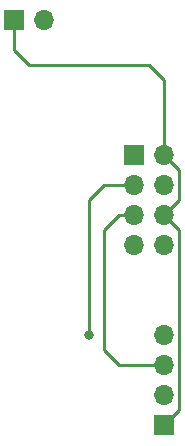
<source format=gbr>
G04 #@! TF.GenerationSoftware,KiCad,Pcbnew,(5.1.4)-1*
G04 #@! TF.CreationDate,2019-09-04T19:32:59+02:00*
G04 #@! TF.ProjectId,Clima-PCB,436c696d-612d-4504-9342-2e6b69636164,rev?*
G04 #@! TF.SameCoordinates,Original*
G04 #@! TF.FileFunction,Copper,L1,Top*
G04 #@! TF.FilePolarity,Positive*
%FSLAX46Y46*%
G04 Gerber Fmt 4.6, Leading zero omitted, Abs format (unit mm)*
G04 Created by KiCad (PCBNEW (5.1.4)-1) date 2019-09-04 19:32:59*
%MOMM*%
%LPD*%
G04 APERTURE LIST*
%ADD10O,1.700000X1.700000*%
%ADD11R,1.700000X1.700000*%
%ADD12C,0.800000*%
%ADD13C,0.250000*%
G04 APERTURE END LIST*
D10*
X168910000Y-88900000D03*
X168910000Y-91440000D03*
X168910000Y-93980000D03*
D11*
X168910000Y-96520000D03*
D10*
X158750000Y-62230000D03*
D11*
X156210000Y-62230000D03*
X166370000Y-73660000D03*
D10*
X168910000Y-73660000D03*
X166370000Y-76200000D03*
X168910000Y-76200000D03*
X166370000Y-78740000D03*
X168910000Y-78740000D03*
X166370000Y-81280000D03*
X168910000Y-81280000D03*
D12*
X162560000Y-88900000D03*
D13*
X156210000Y-62230000D02*
X156210000Y-64770000D01*
X156210000Y-64770000D02*
X157480000Y-66040000D01*
X157480000Y-66040000D02*
X167640000Y-66040000D01*
X167640000Y-66040000D02*
X168910000Y-67310000D01*
X168910000Y-73660000D02*
X170180000Y-74930000D01*
X170180000Y-74930000D02*
X170180000Y-77470000D01*
X170180000Y-77470000D02*
X168910000Y-78740000D01*
X168910000Y-78740000D02*
X170180000Y-80010000D01*
X170180000Y-80010000D02*
X170180000Y-95250000D01*
X170180000Y-95250000D02*
X168910000Y-96520000D01*
X168910000Y-73660000D02*
X168910000Y-67310000D01*
X166370000Y-76200000D02*
X163830000Y-76200000D01*
X163830000Y-76200000D02*
X162560000Y-77470000D01*
X162560000Y-77470000D02*
X162560000Y-88900000D01*
X162560000Y-88900000D02*
X162560000Y-88900000D01*
X166370000Y-78740000D02*
X165100000Y-78740000D01*
X165100000Y-78740000D02*
X163830000Y-80010000D01*
X163830000Y-80010000D02*
X163830000Y-90170000D01*
X165100000Y-91440000D02*
X168910000Y-91440000D01*
X163830000Y-90170000D02*
X165100000Y-91440000D01*
M02*

</source>
